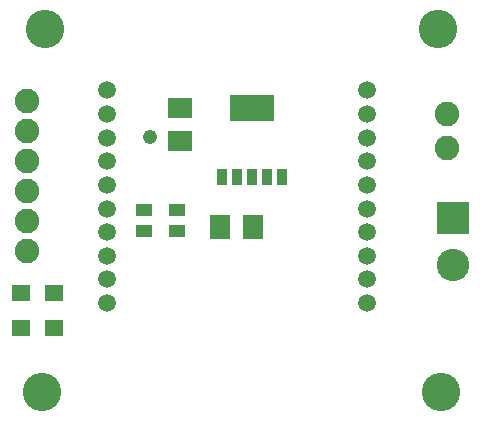
<source format=gts>
G75*
G70*
%OFA0B0*%
%FSLAX24Y24*%
%IPPOS*%
%LPD*%
%AMOC8*
5,1,8,0,0,1.08239X$1,22.5*
%
%ADD10C,0.0595*%
%ADD11C,0.0820*%
%ADD12R,0.0330X0.0580*%
%ADD13R,0.1458X0.0867*%
%ADD14R,0.0710X0.0789*%
%ADD15R,0.0789X0.0710*%
%ADD16R,0.0631X0.0552*%
%ADD17R,0.0552X0.0395*%
%ADD18R,0.1084X0.1084*%
%ADD19C,0.1084*%
%ADD20C,0.1280*%
%ADD21C,0.0476*%
D10*
X003769Y004557D03*
X003769Y005344D03*
X003769Y006131D03*
X003769Y006919D03*
X003769Y007706D03*
X003769Y008494D03*
X003769Y009281D03*
X003769Y010069D03*
X003769Y010856D03*
X003769Y011643D03*
X012431Y011643D03*
X012431Y010856D03*
X012431Y010069D03*
X012431Y009281D03*
X012431Y008494D03*
X012431Y007706D03*
X012431Y006919D03*
X012431Y006131D03*
X012431Y005344D03*
X012431Y004557D03*
D11*
X015100Y009730D03*
X015100Y010870D03*
X001100Y011300D03*
X001100Y010300D03*
X001100Y009300D03*
X001100Y008300D03*
X001100Y007300D03*
X001100Y006300D03*
D12*
X007600Y008767D03*
X008100Y008767D03*
X008600Y008767D03*
X009100Y008767D03*
X009600Y008767D03*
D13*
X008600Y011060D03*
D14*
X008651Y007100D03*
X007549Y007100D03*
D15*
X006200Y009949D03*
X006200Y011051D03*
D16*
X002000Y004891D03*
X000900Y004891D03*
X000900Y003709D03*
X002000Y003709D03*
D17*
X005000Y006946D03*
X005000Y007654D03*
X006100Y007654D03*
X006100Y006946D03*
D18*
X015300Y007380D03*
D19*
X015300Y005820D03*
D20*
X001600Y001600D03*
X014900Y001600D03*
X014800Y013700D03*
X001700Y013700D03*
D21*
X005200Y010100D03*
M02*

</source>
